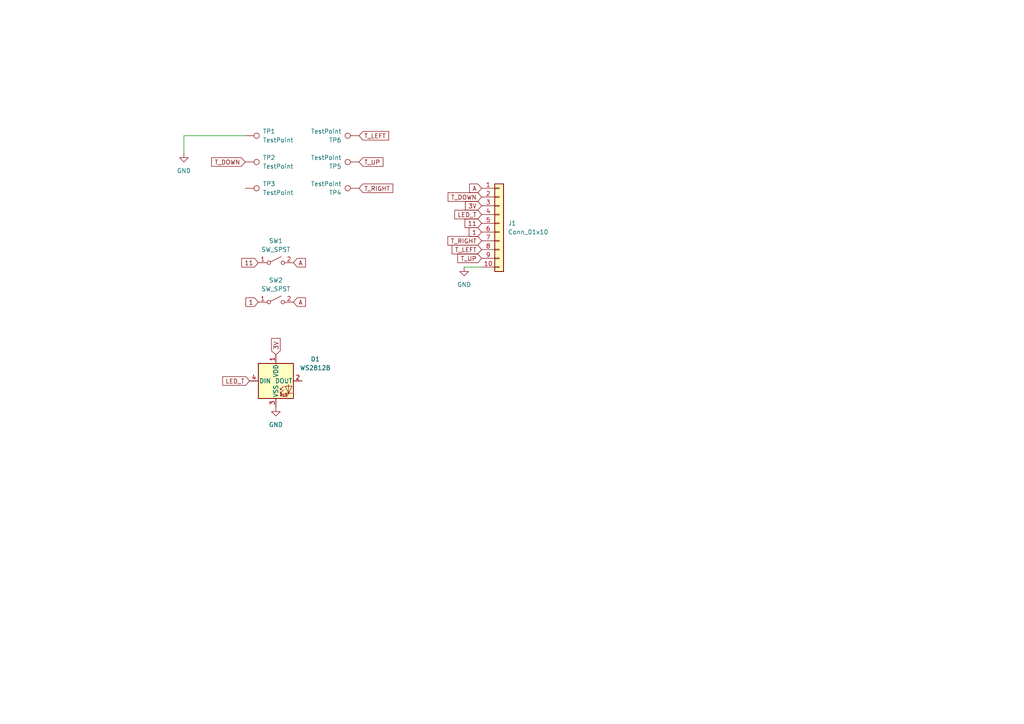
<source format=kicad_sch>
(kicad_sch (version 20231120) (generator "eeschema") (generator_version "8.0")
  (paper "A4")
  (lib_symbols
    (symbol "Connector:TestPoint" (pin_numbers hide) (pin_names (offset 0.762) hide)
      (property "Reference" "TP" (at 0 6.858 0))
      (property "Value" "TestPoint" (at 0 5.08 0))
      (symbol "TestPoint_0_1"
        (circle (center 0 3.302) (radius 0.762))
      )
      (symbol "TestPoint_1_1"
        (pin passive line (at 0 0 90) (length 2.54) (name "1") (number "1"))
      )
    )
    (symbol "Connector_Generic:Conn_01x10" (pin_names (offset 1.016) hide)
      (property "Reference" "J" (at 0 12.7 0))
      (property "Value" "Conn_01x10" (at 0 -15.24 0))
      (symbol "Conn_01x10_1_1"
        (rectangle (start -1.27 -12.573) (end 0 -12.827) (stroke (width 0.1524)))
        (rectangle (start -1.27 -10.033) (end 0 -10.287) (stroke (width 0.1524)))
        (rectangle (start -1.27 -7.493) (end 0 -7.747) (stroke (width 0.1524)))
        (rectangle (start -1.27 -4.953) (end 0 -5.207) (stroke (width 0.1524)))
        (rectangle (start -1.27 -2.413) (end 0 -2.667) (stroke (width 0.1524)))
        (rectangle (start -1.27 0.127) (end 0 -0.127) (stroke (width 0.1524)))
        (rectangle (start -1.27 2.667) (end 0 2.413) (stroke (width 0.1524)))
        (rectangle (start -1.27 5.207) (end 0 4.953) (stroke (width 0.1524)))
        (rectangle (start -1.27 7.747) (end 0 7.493) (stroke (width 0.1524)))
        (rectangle (start -1.27 10.287) (end 0 10.033) (stroke (width 0.1524)))
        (rectangle (start -1.27 11.43) (end 1.27 -13.97) (stroke (width 0.254)) (fill (type background)))
        (pin passive line (at -5.08 10.16 0) (length 3.81) (name "Pin_1") (number "1"))
        (pin passive line (at -5.08 -12.7 0) (length 3.81) (name "Pin_10") (number "10"))
        (pin passive line (at -5.08 7.62 0) (length 3.81) (name "Pin_2") (number "2"))
        (pin passive line (at -5.08 5.08 0) (length 3.81) (name "Pin_3") (number "3"))
        (pin passive line (at -5.08 2.54 0) (length 3.81) (name "Pin_4") (number "4"))
        (pin passive line (at -5.08 0 0) (length 3.81) (name "Pin_5") (number "5"))
        (pin passive line (at -5.08 -2.54 0) (length 3.81) (name "Pin_6") (number "6"))
        (pin passive line (at -5.08 -5.08 0) (length 3.81) (name "Pin_7") (number "7"))
        (pin passive line (at -5.08 -7.62 0) (length 3.81) (name "Pin_8") (number "8"))
        (pin passive line (at -5.08 -10.16 0) (length 3.81) (name "Pin_9") (number "9"))
      )
    )
    (symbol "LED:WS2812B" (pin_names (offset 0.254))
      (property "Reference" "D" (at 5.08 5.715 0))
      (property "Value" "WS2812B" (at 1.27 -5.715 0))
      (symbol "WS2812B_0_0"
        (text "RGB" (at 2.286 -4.191 0) (effects (font (size 0.762 0.762))))
      )
      (symbol "WS2812B_0_1"
        (polyline (pts (xy 1.27 -3.556) (xy 1.778 -3.556)))
        (polyline (pts (xy 1.27 -2.54) (xy 1.778 -2.54)))
        (polyline (pts (xy 4.699 -3.556) (xy 2.667 -3.556)))
        (polyline (pts (xy 2.286 -2.54) (xy 1.27 -3.556) (xy 1.27 -3.048)))
        (polyline (pts (xy 2.286 -1.524) (xy 1.27 -2.54) (xy 1.27 -2.032)))
        (polyline (pts (xy 3.683 -1.016) (xy 3.683 -3.556) (xy 3.683 -4.064)))
        (polyline (pts (xy 4.699 -1.524) (xy 2.667 -1.524) (xy 3.683 -3.556) (xy 4.699 -1.524)))
        (rectangle (start 5.08 5.08) (end -5.08 -5.08) (stroke (width 0.254)) (fill (type background)))
      )
      (symbol "WS2812B_1_1"
        (pin power_in line (at 0 7.62 270) (length 2.54) (name "VDD") (number "1"))
        (pin output line (at 7.62 0 180) (length 2.54) (name "DOUT") (number "2"))
        (pin power_in line (at 0 -7.62 90) (length 2.54) (name "VSS") (number "3"))
        (pin input line (at -7.62 0 0) (length 2.54) (name "DIN") (number "4"))
      )
    )
    (symbol "Switch:SW_SPST" (pin_names (offset 0) hide)
      (property "Reference" "SW" (at 0 3.175 0))
      (property "Value" "SW_SPST" (at 0 -2.54 0))
      (symbol "SW_SPST_0_0"
        (circle (center -2.032 0) (radius 0.508))
        (polyline (pts (xy -1.524 0.254) (xy 1.524 1.778)))
        (circle (center 2.032 0) (radius 0.508))
      )
      (symbol "SW_SPST_1_1"
        (pin passive line (at -5.08 0 0) (length 2.54) (name "A") (number "1"))
        (pin passive line (at 5.08 0 180) (length 2.54) (name "B") (number "2"))
      )
    )
    (symbol "power:GND" (power) (pin_numbers hide) (pin_names (offset 0) hide)
      (property "Value" "GND" (at 0 -3.81 0))
      (symbol "GND_0_1"
        (polyline (pts (xy 0 0) (xy 0 -1.27) (xy 1.27 -1.27) (xy 0 -2.54) (xy -1.27 -1.27) (xy 0 -1.27)))
      )
      (symbol "GND_1_1"
        (pin power_in line (at 0 0 270) (length 0) (name "~") (number "1"))
      )
    )
  )
  (wire (pts (xy 134.62 77.47) (xy 139.7 77.47)))
  (wire (pts (xy 53.34 39.37) (xy 53.34 44.45)))
  (wire (pts (xy 53.34 39.37) (xy 71.12 39.37)))
  (global_label "T_LEFT" (shape input) (at 104.14 39.37 0) (property "Intersheetrefs" "${INTERSHEET_REFS}" (effects (hide yes))))
  (global_label "A" (shape input) (at 85.09 87.63 0) (property "Intersheetrefs" "${INTERSHEET_REFS}" (effects (hide yes))))
  (global_label "3V" (shape input) (at 139.7 59.69 180) (property "Intersheetrefs" "${INTERSHEET_REFS}" (effects (hide yes))))
  (global_label "T_UP" (shape input) (at 139.7 74.93 180) (property "Intersheetrefs" "${INTERSHEET_REFS}" (effects (hide yes))))
  (global_label "A" (shape input) (at 85.09 76.2 0) (property "Intersheetrefs" "${INTERSHEET_REFS}" (effects (hide yes))))
  (global_label "11" (shape input) (at 139.7 64.77 180) (property "Intersheetrefs" "${INTERSHEET_REFS}" (effects (hide yes))))
  (global_label "LED_T" (shape input) (at 72.39 110.49 180) (property "Intersheetrefs" "${INTERSHEET_REFS}" (effects (hide yes))))
  (global_label "T_DOWN" (shape input) (at 71.12 46.99 180) (property "Intersheetrefs" "${INTERSHEET_REFS}" (effects (hide yes))))
  (global_label "A" (shape input) (at 139.7 54.61 180) (property "Intersheetrefs" "${INTERSHEET_REFS}" (effects (hide yes))))
  (global_label "T_LEFT" (shape input) (at 139.7 72.39 180) (property "Intersheetrefs" "${INTERSHEET_REFS}" (effects (hide yes))))
  (global_label "3V" (shape input) (at 80.01 102.87 90) (property "Intersheetrefs" "${INTERSHEET_REFS}" (effects (hide yes))))
  (global_label "T_DOWN" (shape input) (at 139.7 57.15 180) (property "Intersheetrefs" "${INTERSHEET_REFS}" (effects (hide yes))))
  (global_label "1" (shape input) (at 74.93 87.63 180) (property "Intersheetrefs" "${INTERSHEET_REFS}" (effects (hide yes))))
  (global_label "1" (shape input) (at 139.7 67.31 180) (property "Intersheetrefs" "${INTERSHEET_REFS}" (effects (hide yes))))
  (global_label "11" (shape input) (at 74.93 76.2 180) (property "Intersheetrefs" "${INTERSHEET_REFS}" (effects (hide yes))))
  (global_label "T_RIGHT" (shape input) (at 139.7 69.85 180) (property "Intersheetrefs" "${INTERSHEET_REFS}" (effects (hide yes))))
  (global_label "T_UP" (shape input) (at 104.14 46.99 0) (property "Intersheetrefs" "${INTERSHEET_REFS}" (effects (hide yes))))
  (global_label "LED_T" (shape input) (at 139.7 62.23 180) (property "Intersheetrefs" "${INTERSHEET_REFS}" (effects (hide yes))))
  (global_label "T_RIGHT" (shape input) (at 104.14 54.61 0) (property "Intersheetrefs" "${INTERSHEET_REFS}" (effects (hide yes))))
  (symbol (lib_id "LED:WS2812B") (at 80.01 110.49 0) (unit 1)
    (property "Reference" "D1" (at 91.44 104.1714 0))
    (property "Value" "WS2812B" (at 91.44 106.7114 0))
    (property "Footprint" "LED_SMD:LED_WS2812B_PLCC4_5.0x5.0mm_P3.2mm" (effects (hide yes)))
    (property "Datasheet" "https://cdn-shop.adafruit.com/datasheets/WS2812B.pdf" (effects (hide yes)))
    (property "Description" "RGB LED with integrated controller" (effects (hide yes)))
  )
  (symbol (lib_id "Connector:TestPoint") (at 71.12 39.37 270) (unit 1)
    (property "Reference" "TP1" (at 76.2 38.0999 90) (effects (justify left)))
    (property "Value" "TestPoint" (at 76.2 40.6399 90) (effects (justify left)))
    (property "Footprint" "TestPoint:TestPoint_Pad_1.0x1.0mm" (effects (hide yes)))
    (property "Description" "test point" (effects (hide yes)))
  )
  (symbol (lib_id "Connector:TestPoint") (at 104.14 46.99 90) (unit 1)
    (property "Reference" "TP5" (at 99.06 48.2601 90) (effects (justify left)))
    (property "Value" "TestPoint" (at 99.06 45.7201 90) (effects (justify left)))
    (property "Footprint" "TestPoint:TestPoint_Pad_1.0x1.0mm" (effects (hide yes)))
    (property "Description" "test point" (effects (hide yes)))
  )
  (symbol (lib_id "Connector:TestPoint") (at 104.14 54.61 90) (unit 1)
    (property "Reference" "TP4" (at 99.06 55.8801 90) (effects (justify left)))
    (property "Value" "TestPoint" (at 99.06 53.3401 90) (effects (justify left)))
    (property "Footprint" "TestPoint:TestPoint_Pad_1.0x1.0mm" (effects (hide yes)))
    (property "Description" "test point" (effects (hide yes)))
  )
  (symbol (lib_id "Switch:SW_SPST") (at 80.01 76.2 0) (unit 1)
    (property "Reference" "SW1" (at 80.01 69.85 0))
    (property "Value" "SW_SPST" (at 80.01 72.39 0))
    (property "Footprint" "Button_Switch_SMD:SW_Push_1P1T_NO_CK_KMR2" (effects (hide yes)))
    (property "Description" "Single Pole Single Throw (SPST) switch" (effects (hide yes)))
  )
  (symbol (lib_id "Switch:SW_SPST") (at 80.01 87.63 0) (unit 1)
    (property "Reference" "SW2" (at 80.01 81.28 0))
    (property "Value" "SW_SPST" (at 80.01 83.82 0))
    (property "Footprint" "Button_Switch_SMD:SW_Push_1P1T_NO_CK_KMR2" (effects (hide yes)))
    (property "Description" "Single Pole Single Throw (SPST) switch" (effects (hide yes)))
  )
  (symbol (lib_id "Connector:TestPoint") (at 71.12 46.99 270) (unit 1)
    (property "Reference" "TP2" (at 76.2 45.7199 90) (effects (justify left)))
    (property "Value" "TestPoint" (at 76.2 48.2599 90) (effects (justify left)))
    (property "Footprint" "TestPoint:TestPoint_Pad_1.0x1.0mm" (effects (hide yes)))
    (property "Description" "test point" (effects (hide yes)))
  )
  (symbol (lib_id "power:GND") (at 134.62 77.47 0) (unit 1)
    (property "Reference" "#PWR01" (effects (hide yes)))
    (property "Value" "GND" (at 134.62 82.55 0))
    (property "Description" "Power symbol creates a global label with name \"GND\" , ground" (effects (hide yes)))
  )
  (symbol (lib_id "Connector:TestPoint") (at 104.14 39.37 90) (unit 1)
    (property "Reference" "TP6" (at 99.06 40.6401 90) (effects (justify left)))
    (property "Value" "TestPoint" (at 99.06 38.1001 90) (effects (justify left)))
    (property "Footprint" "TestPoint:TestPoint_Pad_1.0x1.0mm" (effects (hide yes)))
    (property "Description" "test point" (effects (hide yes)))
  )
  (symbol (lib_id "power:GND") (at 53.34 44.45 0) (unit 1)
    (property "Reference" "#PWR03" (effects (hide yes)))
    (property "Value" "GND" (at 53.34 49.53 0))
    (property "Description" "Power symbol creates a global label with name \"GND\" , ground" (effects (hide yes)))
  )
  (symbol (lib_id "power:GND") (at 80.01 118.11 0) (unit 1)
    (property "Reference" "#PWR02" (effects (hide yes)))
    (property "Value" "GND" (at 80.01 123.19 0))
    (property "Description" "Power symbol creates a global label with name \"GND\" , ground" (effects (hide yes)))
  )
  (symbol (lib_id "Connector:TestPoint") (at 71.12 54.61 270) (unit 1)
    (property "Reference" "TP3" (at 76.2 53.3399 90) (effects (justify left)))
    (property "Value" "TestPoint" (at 76.2 55.8799 90) (effects (justify left)))
    (property "Footprint" "TestPoint:TestPoint_Pad_1.0x1.0mm" (effects (hide yes)))
    (property "Description" "test point" (effects (hide yes)))
  )
  (symbol (lib_id "Connector_Generic:Conn_01x10") (at 144.78 64.77 0) (unit 1)
    (property "Reference" "J1" (at 147.32 64.7699 0) (effects (justify left)))
    (property "Value" "Conn_01x10" (at 147.32 67.3099 0) (effects (justify left)))
    (property "Footprint" "Connector_FFC-FPC:TE_1-84952-0_1x10-1MP_P1.0mm_Horizontal" (effects (hide yes)))
    (property "Description" "Generic connector, single row, 01x10, script generated (kicad-library-utils/schlib/autogen/connector/)" (effects (hide yes)))
  )
)
</source>
